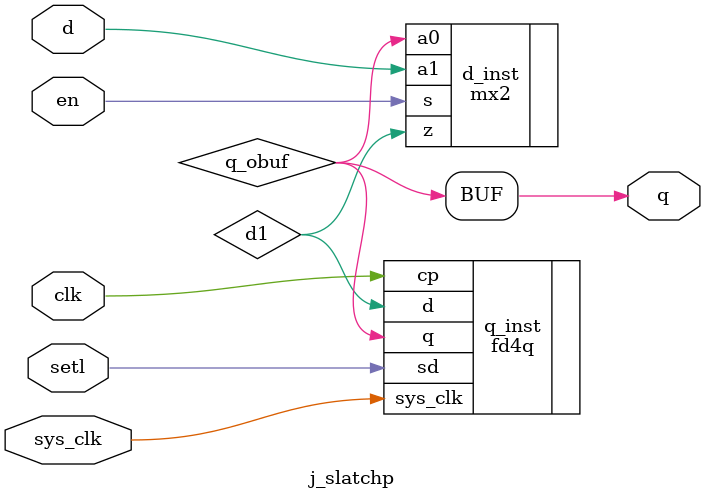
<source format=v>
/* verilator lint_off LITENDIAN */
`include "defs.v"

module j_slatchp
(
	output q,
	input d,
	input clk,
	input en,
	input setl,
	input sys_clk // Generated
);
wire d1;

// Output buffers
wire q_obuf;


// Output buffers
assign q = q_obuf;


// LEGO.NET (59) - d : mx2
mx2 d_inst
(
	.z /* OUT */ (d1),
	.a0 /* IN */ (q_obuf),
	.a1 /* IN */ (d),
	.s /* IN */ (en)
);

// LEGO.NET (60) - q : fd4q
fd4q q_inst
(
	.q /* OUT */ (q_obuf),
	.d /* IN */ (d1),
	.cp /* IN */ (clk),
	.sd /* IN */ (setl),
	.sys_clk(sys_clk) // Generated
);
endmodule
/* verilator lint_on LITENDIAN */

</source>
